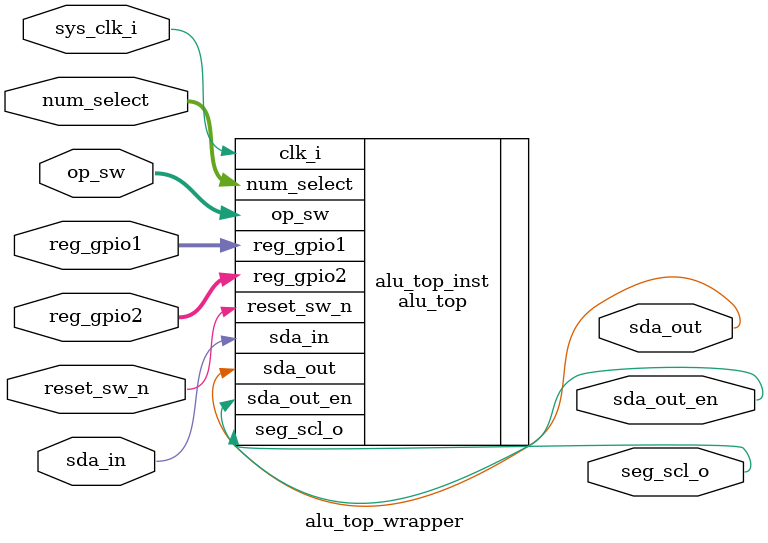
<source format=v>
`timescale 1ns / 1ps

module alu_top_wrapper #(
    parameter WIDTH_REGISTERS = 8,
    parameter WIDTH_MUX = 16,
    parameter PERIOD_BIT_PWM = 12,
    parameter DUTY_WIDTH_PWM = 8,
    parameter DISPLAY_CLK_DIV = 1000
)(
    // clock & reset
    input  sys_clk_i,
    input  reset_sw_n,
    //registers
    input  [7:0] reg_gpio1,
    input  [7:0] reg_gpio2,
    input  [2:0] op_sw,
    input  [2:0] num_select,
    // i2c
    //inout  sda_io,
    input sda_in,
    output sda_out_en,
    output sda_out,
    output seg_scl_o
);

    alu_top #(
        .WIDTH_REGISTERS(WIDTH_REGISTERS),
        .WIDTH_MUX(WIDTH_MUX),
        .PERIOD_BIT_PWM(PERIOD_BIT_PWM),
        .DUTY_WIDTH_PWM(DUTY_WIDTH_PWM),
        .DISPLAY_CLK_DIV(DISPLAY_CLK_DIV)
    ) alu_top_inst (
        // clock & reset
        .clk_i(sys_clk_i),
        .reset_sw_n(reset_sw_n),
        //registers
        .reg_gpio1(reg_gpio1),
        .reg_gpio2(reg_gpio2),
        .op_sw(op_sw),
        .num_select(num_select),
        // i2c
        //.sda_io(sda_io),
        .sda_in(sda_in),
        .sda_out_en(sda_out_en),
        .sda_out(sda_out),
        .seg_scl_o(seg_scl_o)
        );

endmodule

</source>
